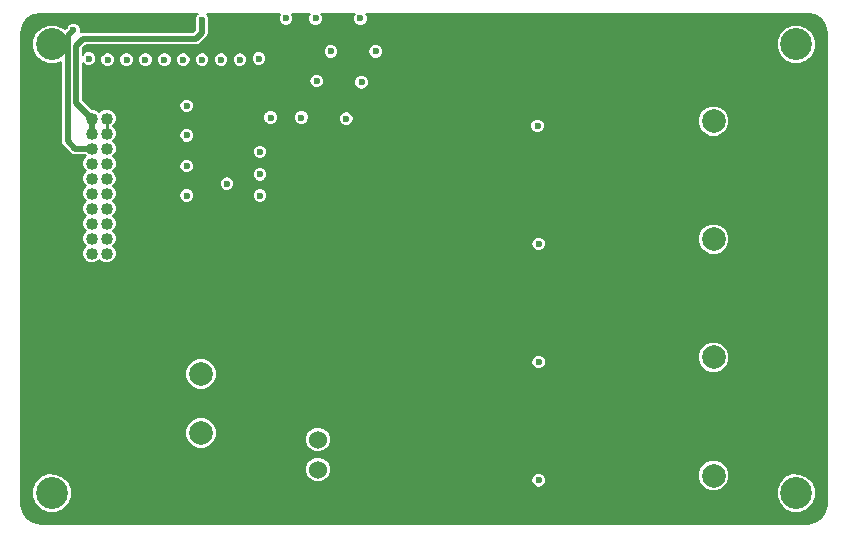
<source format=gbr>
G04 #@! TF.FileFunction,Copper,L3,Inr,Signal*
%FSLAX46Y46*%
G04 Gerber Fmt 4.6, Leading zero omitted, Abs format (unit mm)*
G04 Created by KiCad (PCBNEW 4.0.2+e4-6225~38~ubuntu14.04.1-stable) date Fri 29 Jul 2016 12:50:15 AM PDT*
%MOMM*%
G01*
G04 APERTURE LIST*
%ADD10C,0.100000*%
%ADD11C,2.000000*%
%ADD12C,1.524000*%
%ADD13C,1.016000*%
%ADD14C,2.700000*%
%ADD15C,0.600000*%
%ADD16C,0.500000*%
%ADD17C,0.250000*%
%ADD18C,0.200000*%
G04 APERTURE END LIST*
D10*
D11*
X162000000Y-107500000D03*
X162000000Y-102500000D03*
X162000000Y-72500000D03*
X162000000Y-77500000D03*
X162000000Y-97500000D03*
X162000000Y-92500000D03*
X162000000Y-87500000D03*
X162000000Y-82500000D03*
D12*
X128500000Y-107000000D03*
X128500000Y-109540000D03*
X128500000Y-104460000D03*
D11*
X118600000Y-93900000D03*
X118600000Y-98900000D03*
X118600000Y-103900000D03*
X118600000Y-108900000D03*
D13*
X109365000Y-77285000D03*
X110635000Y-77285000D03*
X109365000Y-88715000D03*
X109365000Y-78555000D03*
X110635000Y-78555000D03*
X109365000Y-79825000D03*
X110635000Y-79825000D03*
X109365000Y-81095000D03*
X110635000Y-81095000D03*
X109365000Y-82365000D03*
X110635000Y-82365000D03*
X109365000Y-83635000D03*
X110635000Y-83635000D03*
X109365000Y-84905000D03*
X110635000Y-84905000D03*
X109365000Y-86175000D03*
X110635000Y-86175000D03*
X109365000Y-87445000D03*
X110635000Y-87445000D03*
X110635000Y-88715000D03*
D14*
X169000000Y-109000000D03*
X169000000Y-71000000D03*
X106000000Y-71000000D03*
X106000000Y-109000000D03*
D15*
X107800000Y-69800000D03*
X109100000Y-72200000D03*
X110700000Y-72300000D03*
X112300000Y-72300000D03*
X113900000Y-72300000D03*
X115500000Y-72300000D03*
X117100000Y-72300000D03*
X118700000Y-68900000D03*
X129600000Y-71600000D03*
X147100000Y-77900000D03*
X133400000Y-71600000D03*
X147200000Y-87900000D03*
X132200000Y-74200000D03*
X147200000Y-97900000D03*
X128400000Y-74100000D03*
X147200000Y-107900000D03*
X120800000Y-82800000D03*
X125800000Y-68800000D03*
X117400000Y-83800000D03*
X123500000Y-72200000D03*
X117400000Y-81300000D03*
X121900000Y-72300000D03*
X117400000Y-78700000D03*
X120300000Y-72300000D03*
X117400000Y-76200000D03*
X118700000Y-72300000D03*
X123600000Y-82000000D03*
X130900000Y-77300000D03*
X123600000Y-83800000D03*
X127100000Y-77200000D03*
X132100000Y-68800000D03*
X123600000Y-80100000D03*
X128300000Y-68800000D03*
X124500000Y-77200000D03*
D16*
X109365000Y-79825000D02*
X107925000Y-79825000D01*
X107300000Y-70300000D02*
X107800000Y-69800000D01*
X107300000Y-79200000D02*
X107300000Y-70300000D01*
X107925000Y-79825000D02*
X107300000Y-79200000D01*
X109365000Y-78555000D02*
X109365000Y-77285000D01*
X109365000Y-77285000D02*
X108000000Y-75920000D01*
X108000000Y-75920000D02*
X108000000Y-71100000D01*
X108000000Y-71100000D02*
X108600000Y-70500000D01*
X108600000Y-70500000D02*
X118200000Y-70500000D01*
X118200000Y-70500000D02*
X118700000Y-70000000D01*
X118700000Y-70000000D02*
X118700000Y-68900000D01*
D17*
X110635000Y-78555000D02*
X110635000Y-77285000D01*
D18*
G36*
X118174696Y-68548339D02*
X118080107Y-68776133D01*
X118079892Y-69022785D01*
X118130000Y-69144055D01*
X118130000Y-69763898D01*
X117963898Y-69930000D01*
X108600000Y-69930000D01*
X108400901Y-69969603D01*
X108419893Y-69923867D01*
X108420108Y-69677215D01*
X108325917Y-69449257D01*
X108151661Y-69274696D01*
X107923867Y-69180107D01*
X107677215Y-69179892D01*
X107449257Y-69274083D01*
X107274696Y-69448339D01*
X107224376Y-69569522D01*
X107077907Y-69715991D01*
X106947214Y-69585069D01*
X106333641Y-69330291D01*
X105669274Y-69329711D01*
X105055257Y-69583418D01*
X104585069Y-70052786D01*
X104330291Y-70666359D01*
X104329711Y-71330726D01*
X104583418Y-71944743D01*
X105052786Y-72414931D01*
X105666359Y-72669709D01*
X106330726Y-72670289D01*
X106730000Y-72505312D01*
X106730000Y-79200000D01*
X106773389Y-79418130D01*
X106775941Y-79421949D01*
X106896949Y-79603051D01*
X107521949Y-80228051D01*
X107706870Y-80351611D01*
X107925000Y-80395000D01*
X108764059Y-80395000D01*
X108829032Y-80460087D01*
X108663465Y-80625364D01*
X108537145Y-80929578D01*
X108536857Y-81258977D01*
X108662647Y-81563411D01*
X108829032Y-81730087D01*
X108663465Y-81895364D01*
X108537145Y-82199578D01*
X108536857Y-82528977D01*
X108662647Y-82833411D01*
X108829032Y-83000087D01*
X108663465Y-83165364D01*
X108537145Y-83469578D01*
X108536857Y-83798977D01*
X108662647Y-84103411D01*
X108829032Y-84270087D01*
X108663465Y-84435364D01*
X108537145Y-84739578D01*
X108536857Y-85068977D01*
X108662647Y-85373411D01*
X108829032Y-85540087D01*
X108663465Y-85705364D01*
X108537145Y-86009578D01*
X108536857Y-86338977D01*
X108662647Y-86643411D01*
X108829032Y-86810087D01*
X108663465Y-86975364D01*
X108537145Y-87279578D01*
X108536857Y-87608977D01*
X108662647Y-87913411D01*
X108829032Y-88080087D01*
X108663465Y-88245364D01*
X108537145Y-88549578D01*
X108536857Y-88878977D01*
X108662647Y-89183411D01*
X108895364Y-89416535D01*
X109199578Y-89542855D01*
X109528977Y-89543143D01*
X109833411Y-89417353D01*
X110000087Y-89250968D01*
X110165364Y-89416535D01*
X110469578Y-89542855D01*
X110798977Y-89543143D01*
X111103411Y-89417353D01*
X111336535Y-89184636D01*
X111462855Y-88880422D01*
X111463143Y-88551023D01*
X111337353Y-88246589D01*
X111170968Y-88079913D01*
X111228196Y-88022785D01*
X146579892Y-88022785D01*
X146674083Y-88250743D01*
X146848339Y-88425304D01*
X147076133Y-88519893D01*
X147322785Y-88520108D01*
X147550743Y-88425917D01*
X147725304Y-88251661D01*
X147819893Y-88023867D01*
X147820108Y-87777215D01*
X147813579Y-87761412D01*
X160679772Y-87761412D01*
X160880306Y-88246743D01*
X161251304Y-88618389D01*
X161736284Y-88819770D01*
X162261412Y-88820228D01*
X162746743Y-88619694D01*
X163118389Y-88248696D01*
X163319770Y-87763716D01*
X163320228Y-87238588D01*
X163119694Y-86753257D01*
X162748696Y-86381611D01*
X162263716Y-86180230D01*
X161738588Y-86179772D01*
X161253257Y-86380306D01*
X160881611Y-86751304D01*
X160680230Y-87236284D01*
X160679772Y-87761412D01*
X147813579Y-87761412D01*
X147725917Y-87549257D01*
X147551661Y-87374696D01*
X147323867Y-87280107D01*
X147077215Y-87279892D01*
X146849257Y-87374083D01*
X146674696Y-87548339D01*
X146580107Y-87776133D01*
X146579892Y-88022785D01*
X111228196Y-88022785D01*
X111336535Y-87914636D01*
X111462855Y-87610422D01*
X111463143Y-87281023D01*
X111337353Y-86976589D01*
X111170968Y-86809913D01*
X111336535Y-86644636D01*
X111462855Y-86340422D01*
X111463143Y-86011023D01*
X111337353Y-85706589D01*
X111170968Y-85539913D01*
X111336535Y-85374636D01*
X111462855Y-85070422D01*
X111463143Y-84741023D01*
X111337353Y-84436589D01*
X111170968Y-84269913D01*
X111336535Y-84104636D01*
X111412045Y-83922785D01*
X116779892Y-83922785D01*
X116874083Y-84150743D01*
X117048339Y-84325304D01*
X117276133Y-84419893D01*
X117522785Y-84420108D01*
X117750743Y-84325917D01*
X117925304Y-84151661D01*
X118019893Y-83923867D01*
X118019893Y-83922785D01*
X122979892Y-83922785D01*
X123074083Y-84150743D01*
X123248339Y-84325304D01*
X123476133Y-84419893D01*
X123722785Y-84420108D01*
X123950743Y-84325917D01*
X124125304Y-84151661D01*
X124219893Y-83923867D01*
X124220108Y-83677215D01*
X124125917Y-83449257D01*
X123951661Y-83274696D01*
X123723867Y-83180107D01*
X123477215Y-83179892D01*
X123249257Y-83274083D01*
X123074696Y-83448339D01*
X122980107Y-83676133D01*
X122979892Y-83922785D01*
X118019893Y-83922785D01*
X118020108Y-83677215D01*
X117925917Y-83449257D01*
X117751661Y-83274696D01*
X117523867Y-83180107D01*
X117277215Y-83179892D01*
X117049257Y-83274083D01*
X116874696Y-83448339D01*
X116780107Y-83676133D01*
X116779892Y-83922785D01*
X111412045Y-83922785D01*
X111462855Y-83800422D01*
X111463143Y-83471023D01*
X111337353Y-83166589D01*
X111170968Y-82999913D01*
X111248231Y-82922785D01*
X120179892Y-82922785D01*
X120274083Y-83150743D01*
X120448339Y-83325304D01*
X120676133Y-83419893D01*
X120922785Y-83420108D01*
X121150743Y-83325917D01*
X121325304Y-83151661D01*
X121419893Y-82923867D01*
X121420108Y-82677215D01*
X121325917Y-82449257D01*
X121151661Y-82274696D01*
X120923867Y-82180107D01*
X120677215Y-82179892D01*
X120449257Y-82274083D01*
X120274696Y-82448339D01*
X120180107Y-82676133D01*
X120179892Y-82922785D01*
X111248231Y-82922785D01*
X111336535Y-82834636D01*
X111462855Y-82530422D01*
X111463143Y-82201023D01*
X111430816Y-82122785D01*
X122979892Y-82122785D01*
X123074083Y-82350743D01*
X123248339Y-82525304D01*
X123476133Y-82619893D01*
X123722785Y-82620108D01*
X123950743Y-82525917D01*
X124125304Y-82351661D01*
X124219893Y-82123867D01*
X124220108Y-81877215D01*
X124125917Y-81649257D01*
X123951661Y-81474696D01*
X123723867Y-81380107D01*
X123477215Y-81379892D01*
X123249257Y-81474083D01*
X123074696Y-81648339D01*
X122980107Y-81876133D01*
X122979892Y-82122785D01*
X111430816Y-82122785D01*
X111337353Y-81896589D01*
X111170968Y-81729913D01*
X111336535Y-81564636D01*
X111395436Y-81422785D01*
X116779892Y-81422785D01*
X116874083Y-81650743D01*
X117048339Y-81825304D01*
X117276133Y-81919893D01*
X117522785Y-81920108D01*
X117750743Y-81825917D01*
X117925304Y-81651661D01*
X118019893Y-81423867D01*
X118020108Y-81177215D01*
X117925917Y-80949257D01*
X117751661Y-80774696D01*
X117523867Y-80680107D01*
X117277215Y-80679892D01*
X117049257Y-80774083D01*
X116874696Y-80948339D01*
X116780107Y-81176133D01*
X116779892Y-81422785D01*
X111395436Y-81422785D01*
X111462855Y-81260422D01*
X111463143Y-80931023D01*
X111337353Y-80626589D01*
X111170968Y-80459913D01*
X111336535Y-80294636D01*
X111366369Y-80222785D01*
X122979892Y-80222785D01*
X123074083Y-80450743D01*
X123248339Y-80625304D01*
X123476133Y-80719893D01*
X123722785Y-80720108D01*
X123950743Y-80625917D01*
X124125304Y-80451661D01*
X124219893Y-80223867D01*
X124220108Y-79977215D01*
X124125917Y-79749257D01*
X123951661Y-79574696D01*
X123723867Y-79480107D01*
X123477215Y-79479892D01*
X123249257Y-79574083D01*
X123074696Y-79748339D01*
X122980107Y-79976133D01*
X122979892Y-80222785D01*
X111366369Y-80222785D01*
X111462855Y-79990422D01*
X111463143Y-79661023D01*
X111337353Y-79356589D01*
X111170968Y-79189913D01*
X111336535Y-79024636D01*
X111420350Y-78822785D01*
X116779892Y-78822785D01*
X116874083Y-79050743D01*
X117048339Y-79225304D01*
X117276133Y-79319893D01*
X117522785Y-79320108D01*
X117750743Y-79225917D01*
X117925304Y-79051661D01*
X118019893Y-78823867D01*
X118020108Y-78577215D01*
X117925917Y-78349257D01*
X117751661Y-78174696D01*
X117523867Y-78080107D01*
X117277215Y-78079892D01*
X117049257Y-78174083D01*
X116874696Y-78348339D01*
X116780107Y-78576133D01*
X116779892Y-78822785D01*
X111420350Y-78822785D01*
X111462855Y-78720422D01*
X111463143Y-78391023D01*
X111337353Y-78086589D01*
X111273661Y-78022785D01*
X146479892Y-78022785D01*
X146574083Y-78250743D01*
X146748339Y-78425304D01*
X146976133Y-78519893D01*
X147222785Y-78520108D01*
X147450743Y-78425917D01*
X147625304Y-78251661D01*
X147719893Y-78023867D01*
X147720108Y-77777215D01*
X147713579Y-77761412D01*
X160679772Y-77761412D01*
X160880306Y-78246743D01*
X161251304Y-78618389D01*
X161736284Y-78819770D01*
X162261412Y-78820228D01*
X162746743Y-78619694D01*
X163118389Y-78248696D01*
X163319770Y-77763716D01*
X163320228Y-77238588D01*
X163119694Y-76753257D01*
X162748696Y-76381611D01*
X162263716Y-76180230D01*
X161738588Y-76179772D01*
X161253257Y-76380306D01*
X160881611Y-76751304D01*
X160680230Y-77236284D01*
X160679772Y-77761412D01*
X147713579Y-77761412D01*
X147625917Y-77549257D01*
X147451661Y-77374696D01*
X147223867Y-77280107D01*
X146977215Y-77279892D01*
X146749257Y-77374083D01*
X146574696Y-77548339D01*
X146480107Y-77776133D01*
X146479892Y-78022785D01*
X111273661Y-78022785D01*
X111170968Y-77919913D01*
X111336535Y-77754636D01*
X111462855Y-77450422D01*
X111462966Y-77322785D01*
X123879892Y-77322785D01*
X123974083Y-77550743D01*
X124148339Y-77725304D01*
X124376133Y-77819893D01*
X124622785Y-77820108D01*
X124850743Y-77725917D01*
X125025304Y-77551661D01*
X125119893Y-77323867D01*
X125119893Y-77322785D01*
X126479892Y-77322785D01*
X126574083Y-77550743D01*
X126748339Y-77725304D01*
X126976133Y-77819893D01*
X127222785Y-77820108D01*
X127450743Y-77725917D01*
X127625304Y-77551661D01*
X127678818Y-77422785D01*
X130279892Y-77422785D01*
X130374083Y-77650743D01*
X130548339Y-77825304D01*
X130776133Y-77919893D01*
X131022785Y-77920108D01*
X131250743Y-77825917D01*
X131425304Y-77651661D01*
X131519893Y-77423867D01*
X131520108Y-77177215D01*
X131425917Y-76949257D01*
X131251661Y-76774696D01*
X131023867Y-76680107D01*
X130777215Y-76679892D01*
X130549257Y-76774083D01*
X130374696Y-76948339D01*
X130280107Y-77176133D01*
X130279892Y-77422785D01*
X127678818Y-77422785D01*
X127719893Y-77323867D01*
X127720108Y-77077215D01*
X127625917Y-76849257D01*
X127451661Y-76674696D01*
X127223867Y-76580107D01*
X126977215Y-76579892D01*
X126749257Y-76674083D01*
X126574696Y-76848339D01*
X126480107Y-77076133D01*
X126479892Y-77322785D01*
X125119893Y-77322785D01*
X125120108Y-77077215D01*
X125025917Y-76849257D01*
X124851661Y-76674696D01*
X124623867Y-76580107D01*
X124377215Y-76579892D01*
X124149257Y-76674083D01*
X123974696Y-76848339D01*
X123880107Y-77076133D01*
X123879892Y-77322785D01*
X111462966Y-77322785D01*
X111463143Y-77121023D01*
X111337353Y-76816589D01*
X111104636Y-76583465D01*
X110800422Y-76457145D01*
X110471023Y-76456857D01*
X110166589Y-76582647D01*
X109999913Y-76749032D01*
X109834636Y-76583465D01*
X109530422Y-76457145D01*
X109343083Y-76456981D01*
X109208887Y-76322785D01*
X116779892Y-76322785D01*
X116874083Y-76550743D01*
X117048339Y-76725304D01*
X117276133Y-76819893D01*
X117522785Y-76820108D01*
X117750743Y-76725917D01*
X117925304Y-76551661D01*
X118019893Y-76323867D01*
X118020108Y-76077215D01*
X117925917Y-75849257D01*
X117751661Y-75674696D01*
X117523867Y-75580107D01*
X117277215Y-75579892D01*
X117049257Y-75674083D01*
X116874696Y-75848339D01*
X116780107Y-76076133D01*
X116779892Y-76322785D01*
X109208887Y-76322785D01*
X108570000Y-75683898D01*
X108570000Y-74222785D01*
X127779892Y-74222785D01*
X127874083Y-74450743D01*
X128048339Y-74625304D01*
X128276133Y-74719893D01*
X128522785Y-74720108D01*
X128750743Y-74625917D01*
X128925304Y-74451661D01*
X128978818Y-74322785D01*
X131579892Y-74322785D01*
X131674083Y-74550743D01*
X131848339Y-74725304D01*
X132076133Y-74819893D01*
X132322785Y-74820108D01*
X132550743Y-74725917D01*
X132725304Y-74551661D01*
X132819893Y-74323867D01*
X132820108Y-74077215D01*
X132725917Y-73849257D01*
X132551661Y-73674696D01*
X132323867Y-73580107D01*
X132077215Y-73579892D01*
X131849257Y-73674083D01*
X131674696Y-73848339D01*
X131580107Y-74076133D01*
X131579892Y-74322785D01*
X128978818Y-74322785D01*
X129019893Y-74223867D01*
X129020108Y-73977215D01*
X128925917Y-73749257D01*
X128751661Y-73574696D01*
X128523867Y-73480107D01*
X128277215Y-73479892D01*
X128049257Y-73574083D01*
X127874696Y-73748339D01*
X127780107Y-73976133D01*
X127779892Y-74222785D01*
X108570000Y-74222785D01*
X108570000Y-72540861D01*
X108574083Y-72550743D01*
X108748339Y-72725304D01*
X108976133Y-72819893D01*
X109222785Y-72820108D01*
X109450743Y-72725917D01*
X109625304Y-72551661D01*
X109678818Y-72422785D01*
X110079892Y-72422785D01*
X110174083Y-72650743D01*
X110348339Y-72825304D01*
X110576133Y-72919893D01*
X110822785Y-72920108D01*
X111050743Y-72825917D01*
X111225304Y-72651661D01*
X111319893Y-72423867D01*
X111319893Y-72422785D01*
X111679892Y-72422785D01*
X111774083Y-72650743D01*
X111948339Y-72825304D01*
X112176133Y-72919893D01*
X112422785Y-72920108D01*
X112650743Y-72825917D01*
X112825304Y-72651661D01*
X112919893Y-72423867D01*
X112919893Y-72422785D01*
X113279892Y-72422785D01*
X113374083Y-72650743D01*
X113548339Y-72825304D01*
X113776133Y-72919893D01*
X114022785Y-72920108D01*
X114250743Y-72825917D01*
X114425304Y-72651661D01*
X114519893Y-72423867D01*
X114519893Y-72422785D01*
X114879892Y-72422785D01*
X114974083Y-72650743D01*
X115148339Y-72825304D01*
X115376133Y-72919893D01*
X115622785Y-72920108D01*
X115850743Y-72825917D01*
X116025304Y-72651661D01*
X116119893Y-72423867D01*
X116119893Y-72422785D01*
X116479892Y-72422785D01*
X116574083Y-72650743D01*
X116748339Y-72825304D01*
X116976133Y-72919893D01*
X117222785Y-72920108D01*
X117450743Y-72825917D01*
X117625304Y-72651661D01*
X117719893Y-72423867D01*
X117719893Y-72422785D01*
X118079892Y-72422785D01*
X118174083Y-72650743D01*
X118348339Y-72825304D01*
X118576133Y-72919893D01*
X118822785Y-72920108D01*
X119050743Y-72825917D01*
X119225304Y-72651661D01*
X119319893Y-72423867D01*
X119319893Y-72422785D01*
X119679892Y-72422785D01*
X119774083Y-72650743D01*
X119948339Y-72825304D01*
X120176133Y-72919893D01*
X120422785Y-72920108D01*
X120650743Y-72825917D01*
X120825304Y-72651661D01*
X120919893Y-72423867D01*
X120919893Y-72422785D01*
X121279892Y-72422785D01*
X121374083Y-72650743D01*
X121548339Y-72825304D01*
X121776133Y-72919893D01*
X122022785Y-72920108D01*
X122250743Y-72825917D01*
X122425304Y-72651661D01*
X122519893Y-72423867D01*
X122519981Y-72322785D01*
X122879892Y-72322785D01*
X122974083Y-72550743D01*
X123148339Y-72725304D01*
X123376133Y-72819893D01*
X123622785Y-72820108D01*
X123850743Y-72725917D01*
X124025304Y-72551661D01*
X124119893Y-72323867D01*
X124120108Y-72077215D01*
X124025917Y-71849257D01*
X123899666Y-71722785D01*
X128979892Y-71722785D01*
X129074083Y-71950743D01*
X129248339Y-72125304D01*
X129476133Y-72219893D01*
X129722785Y-72220108D01*
X129950743Y-72125917D01*
X130125304Y-71951661D01*
X130219893Y-71723867D01*
X130219893Y-71722785D01*
X132779892Y-71722785D01*
X132874083Y-71950743D01*
X133048339Y-72125304D01*
X133276133Y-72219893D01*
X133522785Y-72220108D01*
X133750743Y-72125917D01*
X133925304Y-71951661D01*
X134019893Y-71723867D01*
X134020108Y-71477215D01*
X133959580Y-71330726D01*
X167329711Y-71330726D01*
X167583418Y-71944743D01*
X168052786Y-72414931D01*
X168666359Y-72669709D01*
X169330726Y-72670289D01*
X169944743Y-72416582D01*
X170414931Y-71947214D01*
X170669709Y-71333641D01*
X170670289Y-70669274D01*
X170416582Y-70055257D01*
X169947214Y-69585069D01*
X169333641Y-69330291D01*
X168669274Y-69329711D01*
X168055257Y-69583418D01*
X167585069Y-70052786D01*
X167330291Y-70666359D01*
X167329711Y-71330726D01*
X133959580Y-71330726D01*
X133925917Y-71249257D01*
X133751661Y-71074696D01*
X133523867Y-70980107D01*
X133277215Y-70979892D01*
X133049257Y-71074083D01*
X132874696Y-71248339D01*
X132780107Y-71476133D01*
X132779892Y-71722785D01*
X130219893Y-71722785D01*
X130220108Y-71477215D01*
X130125917Y-71249257D01*
X129951661Y-71074696D01*
X129723867Y-70980107D01*
X129477215Y-70979892D01*
X129249257Y-71074083D01*
X129074696Y-71248339D01*
X128980107Y-71476133D01*
X128979892Y-71722785D01*
X123899666Y-71722785D01*
X123851661Y-71674696D01*
X123623867Y-71580107D01*
X123377215Y-71579892D01*
X123149257Y-71674083D01*
X122974696Y-71848339D01*
X122880107Y-72076133D01*
X122879892Y-72322785D01*
X122519981Y-72322785D01*
X122520108Y-72177215D01*
X122425917Y-71949257D01*
X122251661Y-71774696D01*
X122023867Y-71680107D01*
X121777215Y-71679892D01*
X121549257Y-71774083D01*
X121374696Y-71948339D01*
X121280107Y-72176133D01*
X121279892Y-72422785D01*
X120919893Y-72422785D01*
X120920108Y-72177215D01*
X120825917Y-71949257D01*
X120651661Y-71774696D01*
X120423867Y-71680107D01*
X120177215Y-71679892D01*
X119949257Y-71774083D01*
X119774696Y-71948339D01*
X119680107Y-72176133D01*
X119679892Y-72422785D01*
X119319893Y-72422785D01*
X119320108Y-72177215D01*
X119225917Y-71949257D01*
X119051661Y-71774696D01*
X118823867Y-71680107D01*
X118577215Y-71679892D01*
X118349257Y-71774083D01*
X118174696Y-71948339D01*
X118080107Y-72176133D01*
X118079892Y-72422785D01*
X117719893Y-72422785D01*
X117720108Y-72177215D01*
X117625917Y-71949257D01*
X117451661Y-71774696D01*
X117223867Y-71680107D01*
X116977215Y-71679892D01*
X116749257Y-71774083D01*
X116574696Y-71948339D01*
X116480107Y-72176133D01*
X116479892Y-72422785D01*
X116119893Y-72422785D01*
X116120108Y-72177215D01*
X116025917Y-71949257D01*
X115851661Y-71774696D01*
X115623867Y-71680107D01*
X115377215Y-71679892D01*
X115149257Y-71774083D01*
X114974696Y-71948339D01*
X114880107Y-72176133D01*
X114879892Y-72422785D01*
X114519893Y-72422785D01*
X114520108Y-72177215D01*
X114425917Y-71949257D01*
X114251661Y-71774696D01*
X114023867Y-71680107D01*
X113777215Y-71679892D01*
X113549257Y-71774083D01*
X113374696Y-71948339D01*
X113280107Y-72176133D01*
X113279892Y-72422785D01*
X112919893Y-72422785D01*
X112920108Y-72177215D01*
X112825917Y-71949257D01*
X112651661Y-71774696D01*
X112423867Y-71680107D01*
X112177215Y-71679892D01*
X111949257Y-71774083D01*
X111774696Y-71948339D01*
X111680107Y-72176133D01*
X111679892Y-72422785D01*
X111319893Y-72422785D01*
X111320108Y-72177215D01*
X111225917Y-71949257D01*
X111051661Y-71774696D01*
X110823867Y-71680107D01*
X110577215Y-71679892D01*
X110349257Y-71774083D01*
X110174696Y-71948339D01*
X110080107Y-72176133D01*
X110079892Y-72422785D01*
X109678818Y-72422785D01*
X109719893Y-72323867D01*
X109720108Y-72077215D01*
X109625917Y-71849257D01*
X109451661Y-71674696D01*
X109223867Y-71580107D01*
X108977215Y-71579892D01*
X108749257Y-71674083D01*
X108574696Y-71848339D01*
X108570000Y-71859648D01*
X108570000Y-71336102D01*
X108836102Y-71070000D01*
X118200000Y-71070000D01*
X118418130Y-71026611D01*
X118603051Y-70903051D01*
X119103051Y-70403051D01*
X119226612Y-70218129D01*
X119270000Y-70000000D01*
X119270000Y-69144022D01*
X119319893Y-69023867D01*
X119320108Y-68777215D01*
X119225917Y-68549257D01*
X119071930Y-68395000D01*
X125328128Y-68395000D01*
X125274696Y-68448339D01*
X125180107Y-68676133D01*
X125179892Y-68922785D01*
X125274083Y-69150743D01*
X125448339Y-69325304D01*
X125676133Y-69419893D01*
X125922785Y-69420108D01*
X126150743Y-69325917D01*
X126325304Y-69151661D01*
X126419893Y-68923867D01*
X126420108Y-68677215D01*
X126325917Y-68449257D01*
X126271755Y-68395000D01*
X127828128Y-68395000D01*
X127774696Y-68448339D01*
X127680107Y-68676133D01*
X127679892Y-68922785D01*
X127774083Y-69150743D01*
X127948339Y-69325304D01*
X128176133Y-69419893D01*
X128422785Y-69420108D01*
X128650743Y-69325917D01*
X128825304Y-69151661D01*
X128919893Y-68923867D01*
X128920108Y-68677215D01*
X128825917Y-68449257D01*
X128771755Y-68395000D01*
X131628128Y-68395000D01*
X131574696Y-68448339D01*
X131480107Y-68676133D01*
X131479892Y-68922785D01*
X131574083Y-69150743D01*
X131748339Y-69325304D01*
X131976133Y-69419893D01*
X132222785Y-69420108D01*
X132450743Y-69325917D01*
X132625304Y-69151661D01*
X132719893Y-68923867D01*
X132720108Y-68677215D01*
X132625917Y-68449257D01*
X132571755Y-68395000D01*
X169961096Y-68395000D01*
X170611245Y-68524323D01*
X171129435Y-68870565D01*
X171475677Y-69388755D01*
X171605000Y-70038903D01*
X171605000Y-109961097D01*
X171475677Y-110611245D01*
X171129435Y-111129435D01*
X170611245Y-111475677D01*
X169961096Y-111605000D01*
X105038903Y-111605000D01*
X104388755Y-111475677D01*
X103870565Y-111129435D01*
X103524323Y-110611245D01*
X103395000Y-109961096D01*
X103395000Y-109330726D01*
X104329711Y-109330726D01*
X104583418Y-109944743D01*
X105052786Y-110414931D01*
X105666359Y-110669709D01*
X106330726Y-110670289D01*
X106944743Y-110416582D01*
X107414931Y-109947214D01*
X107669709Y-109333641D01*
X107669711Y-109330726D01*
X167329711Y-109330726D01*
X167583418Y-109944743D01*
X168052786Y-110414931D01*
X168666359Y-110669709D01*
X169330726Y-110670289D01*
X169944743Y-110416582D01*
X170414931Y-109947214D01*
X170669709Y-109333641D01*
X170670289Y-108669274D01*
X170416582Y-108055257D01*
X169947214Y-107585069D01*
X169333641Y-107330291D01*
X168669274Y-107329711D01*
X168055257Y-107583418D01*
X167585069Y-108052786D01*
X167330291Y-108666359D01*
X167329711Y-109330726D01*
X107669711Y-109330726D01*
X107670289Y-108669274D01*
X107416582Y-108055257D01*
X106947214Y-107585069D01*
X106333641Y-107330291D01*
X105669274Y-107329711D01*
X105055257Y-107583418D01*
X104585069Y-108052786D01*
X104330291Y-108666359D01*
X104329711Y-109330726D01*
X103395000Y-109330726D01*
X103395000Y-107214279D01*
X127417812Y-107214279D01*
X127582190Y-107612103D01*
X127886296Y-107916740D01*
X128283833Y-108081812D01*
X128714279Y-108082188D01*
X128858044Y-108022785D01*
X146579892Y-108022785D01*
X146674083Y-108250743D01*
X146848339Y-108425304D01*
X147076133Y-108519893D01*
X147322785Y-108520108D01*
X147550743Y-108425917D01*
X147725304Y-108251661D01*
X147819893Y-108023867D01*
X147820108Y-107777215D01*
X147813579Y-107761412D01*
X160679772Y-107761412D01*
X160880306Y-108246743D01*
X161251304Y-108618389D01*
X161736284Y-108819770D01*
X162261412Y-108820228D01*
X162746743Y-108619694D01*
X163118389Y-108248696D01*
X163319770Y-107763716D01*
X163320228Y-107238588D01*
X163119694Y-106753257D01*
X162748696Y-106381611D01*
X162263716Y-106180230D01*
X161738588Y-106179772D01*
X161253257Y-106380306D01*
X160881611Y-106751304D01*
X160680230Y-107236284D01*
X160679772Y-107761412D01*
X147813579Y-107761412D01*
X147725917Y-107549257D01*
X147551661Y-107374696D01*
X147323867Y-107280107D01*
X147077215Y-107279892D01*
X146849257Y-107374083D01*
X146674696Y-107548339D01*
X146580107Y-107776133D01*
X146579892Y-108022785D01*
X128858044Y-108022785D01*
X129112103Y-107917810D01*
X129416740Y-107613704D01*
X129581812Y-107216167D01*
X129582188Y-106785721D01*
X129417810Y-106387897D01*
X129113704Y-106083260D01*
X128716167Y-105918188D01*
X128285721Y-105917812D01*
X127887897Y-106082190D01*
X127583260Y-106386296D01*
X127418188Y-106783833D01*
X127417812Y-107214279D01*
X103395000Y-107214279D01*
X103395000Y-104161412D01*
X117279772Y-104161412D01*
X117480306Y-104646743D01*
X117851304Y-105018389D01*
X118336284Y-105219770D01*
X118861412Y-105220228D01*
X119346743Y-105019694D01*
X119692761Y-104674279D01*
X127417812Y-104674279D01*
X127582190Y-105072103D01*
X127886296Y-105376740D01*
X128283833Y-105541812D01*
X128714279Y-105542188D01*
X129112103Y-105377810D01*
X129416740Y-105073704D01*
X129581812Y-104676167D01*
X129582188Y-104245721D01*
X129417810Y-103847897D01*
X129113704Y-103543260D01*
X128716167Y-103378188D01*
X128285721Y-103377812D01*
X127887897Y-103542190D01*
X127583260Y-103846296D01*
X127418188Y-104243833D01*
X127417812Y-104674279D01*
X119692761Y-104674279D01*
X119718389Y-104648696D01*
X119919770Y-104163716D01*
X119920228Y-103638588D01*
X119719694Y-103153257D01*
X119348696Y-102781611D01*
X118863716Y-102580230D01*
X118338588Y-102579772D01*
X117853257Y-102780306D01*
X117481611Y-103151304D01*
X117280230Y-103636284D01*
X117279772Y-104161412D01*
X103395000Y-104161412D01*
X103395000Y-99161412D01*
X117279772Y-99161412D01*
X117480306Y-99646743D01*
X117851304Y-100018389D01*
X118336284Y-100219770D01*
X118861412Y-100220228D01*
X119346743Y-100019694D01*
X119718389Y-99648696D01*
X119919770Y-99163716D01*
X119920228Y-98638588D01*
X119719694Y-98153257D01*
X119589450Y-98022785D01*
X146579892Y-98022785D01*
X146674083Y-98250743D01*
X146848339Y-98425304D01*
X147076133Y-98519893D01*
X147322785Y-98520108D01*
X147550743Y-98425917D01*
X147725304Y-98251661D01*
X147819893Y-98023867D01*
X147820108Y-97777215D01*
X147813579Y-97761412D01*
X160679772Y-97761412D01*
X160880306Y-98246743D01*
X161251304Y-98618389D01*
X161736284Y-98819770D01*
X162261412Y-98820228D01*
X162746743Y-98619694D01*
X163118389Y-98248696D01*
X163319770Y-97763716D01*
X163320228Y-97238588D01*
X163119694Y-96753257D01*
X162748696Y-96381611D01*
X162263716Y-96180230D01*
X161738588Y-96179772D01*
X161253257Y-96380306D01*
X160881611Y-96751304D01*
X160680230Y-97236284D01*
X160679772Y-97761412D01*
X147813579Y-97761412D01*
X147725917Y-97549257D01*
X147551661Y-97374696D01*
X147323867Y-97280107D01*
X147077215Y-97279892D01*
X146849257Y-97374083D01*
X146674696Y-97548339D01*
X146580107Y-97776133D01*
X146579892Y-98022785D01*
X119589450Y-98022785D01*
X119348696Y-97781611D01*
X118863716Y-97580230D01*
X118338588Y-97579772D01*
X117853257Y-97780306D01*
X117481611Y-98151304D01*
X117280230Y-98636284D01*
X117279772Y-99161412D01*
X103395000Y-99161412D01*
X103395000Y-70038904D01*
X103524323Y-69388755D01*
X103870565Y-68870565D01*
X104388755Y-68524323D01*
X105038903Y-68395000D01*
X118328303Y-68395000D01*
X118174696Y-68548339D01*
X118174696Y-68548339D01*
G37*
X118174696Y-68548339D02*
X118080107Y-68776133D01*
X118079892Y-69022785D01*
X118130000Y-69144055D01*
X118130000Y-69763898D01*
X117963898Y-69930000D01*
X108600000Y-69930000D01*
X108400901Y-69969603D01*
X108419893Y-69923867D01*
X108420108Y-69677215D01*
X108325917Y-69449257D01*
X108151661Y-69274696D01*
X107923867Y-69180107D01*
X107677215Y-69179892D01*
X107449257Y-69274083D01*
X107274696Y-69448339D01*
X107224376Y-69569522D01*
X107077907Y-69715991D01*
X106947214Y-69585069D01*
X106333641Y-69330291D01*
X105669274Y-69329711D01*
X105055257Y-69583418D01*
X104585069Y-70052786D01*
X104330291Y-70666359D01*
X104329711Y-71330726D01*
X104583418Y-71944743D01*
X105052786Y-72414931D01*
X105666359Y-72669709D01*
X106330726Y-72670289D01*
X106730000Y-72505312D01*
X106730000Y-79200000D01*
X106773389Y-79418130D01*
X106775941Y-79421949D01*
X106896949Y-79603051D01*
X107521949Y-80228051D01*
X107706870Y-80351611D01*
X107925000Y-80395000D01*
X108764059Y-80395000D01*
X108829032Y-80460087D01*
X108663465Y-80625364D01*
X108537145Y-80929578D01*
X108536857Y-81258977D01*
X108662647Y-81563411D01*
X108829032Y-81730087D01*
X108663465Y-81895364D01*
X108537145Y-82199578D01*
X108536857Y-82528977D01*
X108662647Y-82833411D01*
X108829032Y-83000087D01*
X108663465Y-83165364D01*
X108537145Y-83469578D01*
X108536857Y-83798977D01*
X108662647Y-84103411D01*
X108829032Y-84270087D01*
X108663465Y-84435364D01*
X108537145Y-84739578D01*
X108536857Y-85068977D01*
X108662647Y-85373411D01*
X108829032Y-85540087D01*
X108663465Y-85705364D01*
X108537145Y-86009578D01*
X108536857Y-86338977D01*
X108662647Y-86643411D01*
X108829032Y-86810087D01*
X108663465Y-86975364D01*
X108537145Y-87279578D01*
X108536857Y-87608977D01*
X108662647Y-87913411D01*
X108829032Y-88080087D01*
X108663465Y-88245364D01*
X108537145Y-88549578D01*
X108536857Y-88878977D01*
X108662647Y-89183411D01*
X108895364Y-89416535D01*
X109199578Y-89542855D01*
X109528977Y-89543143D01*
X109833411Y-89417353D01*
X110000087Y-89250968D01*
X110165364Y-89416535D01*
X110469578Y-89542855D01*
X110798977Y-89543143D01*
X111103411Y-89417353D01*
X111336535Y-89184636D01*
X111462855Y-88880422D01*
X111463143Y-88551023D01*
X111337353Y-88246589D01*
X111170968Y-88079913D01*
X111228196Y-88022785D01*
X146579892Y-88022785D01*
X146674083Y-88250743D01*
X146848339Y-88425304D01*
X147076133Y-88519893D01*
X147322785Y-88520108D01*
X147550743Y-88425917D01*
X147725304Y-88251661D01*
X147819893Y-88023867D01*
X147820108Y-87777215D01*
X147813579Y-87761412D01*
X160679772Y-87761412D01*
X160880306Y-88246743D01*
X161251304Y-88618389D01*
X161736284Y-88819770D01*
X162261412Y-88820228D01*
X162746743Y-88619694D01*
X163118389Y-88248696D01*
X163319770Y-87763716D01*
X163320228Y-87238588D01*
X163119694Y-86753257D01*
X162748696Y-86381611D01*
X162263716Y-86180230D01*
X161738588Y-86179772D01*
X161253257Y-86380306D01*
X160881611Y-86751304D01*
X160680230Y-87236284D01*
X160679772Y-87761412D01*
X147813579Y-87761412D01*
X147725917Y-87549257D01*
X147551661Y-87374696D01*
X147323867Y-87280107D01*
X147077215Y-87279892D01*
X146849257Y-87374083D01*
X146674696Y-87548339D01*
X146580107Y-87776133D01*
X146579892Y-88022785D01*
X111228196Y-88022785D01*
X111336535Y-87914636D01*
X111462855Y-87610422D01*
X111463143Y-87281023D01*
X111337353Y-86976589D01*
X111170968Y-86809913D01*
X111336535Y-86644636D01*
X111462855Y-86340422D01*
X111463143Y-86011023D01*
X111337353Y-85706589D01*
X111170968Y-85539913D01*
X111336535Y-85374636D01*
X111462855Y-85070422D01*
X111463143Y-84741023D01*
X111337353Y-84436589D01*
X111170968Y-84269913D01*
X111336535Y-84104636D01*
X111412045Y-83922785D01*
X116779892Y-83922785D01*
X116874083Y-84150743D01*
X117048339Y-84325304D01*
X117276133Y-84419893D01*
X117522785Y-84420108D01*
X117750743Y-84325917D01*
X117925304Y-84151661D01*
X118019893Y-83923867D01*
X118019893Y-83922785D01*
X122979892Y-83922785D01*
X123074083Y-84150743D01*
X123248339Y-84325304D01*
X123476133Y-84419893D01*
X123722785Y-84420108D01*
X123950743Y-84325917D01*
X124125304Y-84151661D01*
X124219893Y-83923867D01*
X124220108Y-83677215D01*
X124125917Y-83449257D01*
X123951661Y-83274696D01*
X123723867Y-83180107D01*
X123477215Y-83179892D01*
X123249257Y-83274083D01*
X123074696Y-83448339D01*
X122980107Y-83676133D01*
X122979892Y-83922785D01*
X118019893Y-83922785D01*
X118020108Y-83677215D01*
X117925917Y-83449257D01*
X117751661Y-83274696D01*
X117523867Y-83180107D01*
X117277215Y-83179892D01*
X117049257Y-83274083D01*
X116874696Y-83448339D01*
X116780107Y-83676133D01*
X116779892Y-83922785D01*
X111412045Y-83922785D01*
X111462855Y-83800422D01*
X111463143Y-83471023D01*
X111337353Y-83166589D01*
X111170968Y-82999913D01*
X111248231Y-82922785D01*
X120179892Y-82922785D01*
X120274083Y-83150743D01*
X120448339Y-83325304D01*
X120676133Y-83419893D01*
X120922785Y-83420108D01*
X121150743Y-83325917D01*
X121325304Y-83151661D01*
X121419893Y-82923867D01*
X121420108Y-82677215D01*
X121325917Y-82449257D01*
X121151661Y-82274696D01*
X120923867Y-82180107D01*
X120677215Y-82179892D01*
X120449257Y-82274083D01*
X120274696Y-82448339D01*
X120180107Y-82676133D01*
X120179892Y-82922785D01*
X111248231Y-82922785D01*
X111336535Y-82834636D01*
X111462855Y-82530422D01*
X111463143Y-82201023D01*
X111430816Y-82122785D01*
X122979892Y-82122785D01*
X123074083Y-82350743D01*
X123248339Y-82525304D01*
X123476133Y-82619893D01*
X123722785Y-82620108D01*
X123950743Y-82525917D01*
X124125304Y-82351661D01*
X124219893Y-82123867D01*
X124220108Y-81877215D01*
X124125917Y-81649257D01*
X123951661Y-81474696D01*
X123723867Y-81380107D01*
X123477215Y-81379892D01*
X123249257Y-81474083D01*
X123074696Y-81648339D01*
X122980107Y-81876133D01*
X122979892Y-82122785D01*
X111430816Y-82122785D01*
X111337353Y-81896589D01*
X111170968Y-81729913D01*
X111336535Y-81564636D01*
X111395436Y-81422785D01*
X116779892Y-81422785D01*
X116874083Y-81650743D01*
X117048339Y-81825304D01*
X117276133Y-81919893D01*
X117522785Y-81920108D01*
X117750743Y-81825917D01*
X117925304Y-81651661D01*
X118019893Y-81423867D01*
X118020108Y-81177215D01*
X117925917Y-80949257D01*
X117751661Y-80774696D01*
X117523867Y-80680107D01*
X117277215Y-80679892D01*
X117049257Y-80774083D01*
X116874696Y-80948339D01*
X116780107Y-81176133D01*
X116779892Y-81422785D01*
X111395436Y-81422785D01*
X111462855Y-81260422D01*
X111463143Y-80931023D01*
X111337353Y-80626589D01*
X111170968Y-80459913D01*
X111336535Y-80294636D01*
X111366369Y-80222785D01*
X122979892Y-80222785D01*
X123074083Y-80450743D01*
X123248339Y-80625304D01*
X123476133Y-80719893D01*
X123722785Y-80720108D01*
X123950743Y-80625917D01*
X124125304Y-80451661D01*
X124219893Y-80223867D01*
X124220108Y-79977215D01*
X124125917Y-79749257D01*
X123951661Y-79574696D01*
X123723867Y-79480107D01*
X123477215Y-79479892D01*
X123249257Y-79574083D01*
X123074696Y-79748339D01*
X122980107Y-79976133D01*
X122979892Y-80222785D01*
X111366369Y-80222785D01*
X111462855Y-79990422D01*
X111463143Y-79661023D01*
X111337353Y-79356589D01*
X111170968Y-79189913D01*
X111336535Y-79024636D01*
X111420350Y-78822785D01*
X116779892Y-78822785D01*
X116874083Y-79050743D01*
X117048339Y-79225304D01*
X117276133Y-79319893D01*
X117522785Y-79320108D01*
X117750743Y-79225917D01*
X117925304Y-79051661D01*
X118019893Y-78823867D01*
X118020108Y-78577215D01*
X117925917Y-78349257D01*
X117751661Y-78174696D01*
X117523867Y-78080107D01*
X117277215Y-78079892D01*
X117049257Y-78174083D01*
X116874696Y-78348339D01*
X116780107Y-78576133D01*
X116779892Y-78822785D01*
X111420350Y-78822785D01*
X111462855Y-78720422D01*
X111463143Y-78391023D01*
X111337353Y-78086589D01*
X111273661Y-78022785D01*
X146479892Y-78022785D01*
X146574083Y-78250743D01*
X146748339Y-78425304D01*
X146976133Y-78519893D01*
X147222785Y-78520108D01*
X147450743Y-78425917D01*
X147625304Y-78251661D01*
X147719893Y-78023867D01*
X147720108Y-77777215D01*
X147713579Y-77761412D01*
X160679772Y-77761412D01*
X160880306Y-78246743D01*
X161251304Y-78618389D01*
X161736284Y-78819770D01*
X162261412Y-78820228D01*
X162746743Y-78619694D01*
X163118389Y-78248696D01*
X163319770Y-77763716D01*
X163320228Y-77238588D01*
X163119694Y-76753257D01*
X162748696Y-76381611D01*
X162263716Y-76180230D01*
X161738588Y-76179772D01*
X161253257Y-76380306D01*
X160881611Y-76751304D01*
X160680230Y-77236284D01*
X160679772Y-77761412D01*
X147713579Y-77761412D01*
X147625917Y-77549257D01*
X147451661Y-77374696D01*
X147223867Y-77280107D01*
X146977215Y-77279892D01*
X146749257Y-77374083D01*
X146574696Y-77548339D01*
X146480107Y-77776133D01*
X146479892Y-78022785D01*
X111273661Y-78022785D01*
X111170968Y-77919913D01*
X111336535Y-77754636D01*
X111462855Y-77450422D01*
X111462966Y-77322785D01*
X123879892Y-77322785D01*
X123974083Y-77550743D01*
X124148339Y-77725304D01*
X124376133Y-77819893D01*
X124622785Y-77820108D01*
X124850743Y-77725917D01*
X125025304Y-77551661D01*
X125119893Y-77323867D01*
X125119893Y-77322785D01*
X126479892Y-77322785D01*
X126574083Y-77550743D01*
X126748339Y-77725304D01*
X126976133Y-77819893D01*
X127222785Y-77820108D01*
X127450743Y-77725917D01*
X127625304Y-77551661D01*
X127678818Y-77422785D01*
X130279892Y-77422785D01*
X130374083Y-77650743D01*
X130548339Y-77825304D01*
X130776133Y-77919893D01*
X131022785Y-77920108D01*
X131250743Y-77825917D01*
X131425304Y-77651661D01*
X131519893Y-77423867D01*
X131520108Y-77177215D01*
X131425917Y-76949257D01*
X131251661Y-76774696D01*
X131023867Y-76680107D01*
X130777215Y-76679892D01*
X130549257Y-76774083D01*
X130374696Y-76948339D01*
X130280107Y-77176133D01*
X130279892Y-77422785D01*
X127678818Y-77422785D01*
X127719893Y-77323867D01*
X127720108Y-77077215D01*
X127625917Y-76849257D01*
X127451661Y-76674696D01*
X127223867Y-76580107D01*
X126977215Y-76579892D01*
X126749257Y-76674083D01*
X126574696Y-76848339D01*
X126480107Y-77076133D01*
X126479892Y-77322785D01*
X125119893Y-77322785D01*
X125120108Y-77077215D01*
X125025917Y-76849257D01*
X124851661Y-76674696D01*
X124623867Y-76580107D01*
X124377215Y-76579892D01*
X124149257Y-76674083D01*
X123974696Y-76848339D01*
X123880107Y-77076133D01*
X123879892Y-77322785D01*
X111462966Y-77322785D01*
X111463143Y-77121023D01*
X111337353Y-76816589D01*
X111104636Y-76583465D01*
X110800422Y-76457145D01*
X110471023Y-76456857D01*
X110166589Y-76582647D01*
X109999913Y-76749032D01*
X109834636Y-76583465D01*
X109530422Y-76457145D01*
X109343083Y-76456981D01*
X109208887Y-76322785D01*
X116779892Y-76322785D01*
X116874083Y-76550743D01*
X117048339Y-76725304D01*
X117276133Y-76819893D01*
X117522785Y-76820108D01*
X117750743Y-76725917D01*
X117925304Y-76551661D01*
X118019893Y-76323867D01*
X118020108Y-76077215D01*
X117925917Y-75849257D01*
X117751661Y-75674696D01*
X117523867Y-75580107D01*
X117277215Y-75579892D01*
X117049257Y-75674083D01*
X116874696Y-75848339D01*
X116780107Y-76076133D01*
X116779892Y-76322785D01*
X109208887Y-76322785D01*
X108570000Y-75683898D01*
X108570000Y-74222785D01*
X127779892Y-74222785D01*
X127874083Y-74450743D01*
X128048339Y-74625304D01*
X128276133Y-74719893D01*
X128522785Y-74720108D01*
X128750743Y-74625917D01*
X128925304Y-74451661D01*
X128978818Y-74322785D01*
X131579892Y-74322785D01*
X131674083Y-74550743D01*
X131848339Y-74725304D01*
X132076133Y-74819893D01*
X132322785Y-74820108D01*
X132550743Y-74725917D01*
X132725304Y-74551661D01*
X132819893Y-74323867D01*
X132820108Y-74077215D01*
X132725917Y-73849257D01*
X132551661Y-73674696D01*
X132323867Y-73580107D01*
X132077215Y-73579892D01*
X131849257Y-73674083D01*
X131674696Y-73848339D01*
X131580107Y-74076133D01*
X131579892Y-74322785D01*
X128978818Y-74322785D01*
X129019893Y-74223867D01*
X129020108Y-73977215D01*
X128925917Y-73749257D01*
X128751661Y-73574696D01*
X128523867Y-73480107D01*
X128277215Y-73479892D01*
X128049257Y-73574083D01*
X127874696Y-73748339D01*
X127780107Y-73976133D01*
X127779892Y-74222785D01*
X108570000Y-74222785D01*
X108570000Y-72540861D01*
X108574083Y-72550743D01*
X108748339Y-72725304D01*
X108976133Y-72819893D01*
X109222785Y-72820108D01*
X109450743Y-72725917D01*
X109625304Y-72551661D01*
X109678818Y-72422785D01*
X110079892Y-72422785D01*
X110174083Y-72650743D01*
X110348339Y-72825304D01*
X110576133Y-72919893D01*
X110822785Y-72920108D01*
X111050743Y-72825917D01*
X111225304Y-72651661D01*
X111319893Y-72423867D01*
X111319893Y-72422785D01*
X111679892Y-72422785D01*
X111774083Y-72650743D01*
X111948339Y-72825304D01*
X112176133Y-72919893D01*
X112422785Y-72920108D01*
X112650743Y-72825917D01*
X112825304Y-72651661D01*
X112919893Y-72423867D01*
X112919893Y-72422785D01*
X113279892Y-72422785D01*
X113374083Y-72650743D01*
X113548339Y-72825304D01*
X113776133Y-72919893D01*
X114022785Y-72920108D01*
X114250743Y-72825917D01*
X114425304Y-72651661D01*
X114519893Y-72423867D01*
X114519893Y-72422785D01*
X114879892Y-72422785D01*
X114974083Y-72650743D01*
X115148339Y-72825304D01*
X115376133Y-72919893D01*
X115622785Y-72920108D01*
X115850743Y-72825917D01*
X116025304Y-72651661D01*
X116119893Y-72423867D01*
X116119893Y-72422785D01*
X116479892Y-72422785D01*
X116574083Y-72650743D01*
X116748339Y-72825304D01*
X116976133Y-72919893D01*
X117222785Y-72920108D01*
X117450743Y-72825917D01*
X117625304Y-72651661D01*
X117719893Y-72423867D01*
X117719893Y-72422785D01*
X118079892Y-72422785D01*
X118174083Y-72650743D01*
X118348339Y-72825304D01*
X118576133Y-72919893D01*
X118822785Y-72920108D01*
X119050743Y-72825917D01*
X119225304Y-72651661D01*
X119319893Y-72423867D01*
X119319893Y-72422785D01*
X119679892Y-72422785D01*
X119774083Y-72650743D01*
X119948339Y-72825304D01*
X120176133Y-72919893D01*
X120422785Y-72920108D01*
X120650743Y-72825917D01*
X120825304Y-72651661D01*
X120919893Y-72423867D01*
X120919893Y-72422785D01*
X121279892Y-72422785D01*
X121374083Y-72650743D01*
X121548339Y-72825304D01*
X121776133Y-72919893D01*
X122022785Y-72920108D01*
X122250743Y-72825917D01*
X122425304Y-72651661D01*
X122519893Y-72423867D01*
X122519981Y-72322785D01*
X122879892Y-72322785D01*
X122974083Y-72550743D01*
X123148339Y-72725304D01*
X123376133Y-72819893D01*
X123622785Y-72820108D01*
X123850743Y-72725917D01*
X124025304Y-72551661D01*
X124119893Y-72323867D01*
X124120108Y-72077215D01*
X124025917Y-71849257D01*
X123899666Y-71722785D01*
X128979892Y-71722785D01*
X129074083Y-71950743D01*
X129248339Y-72125304D01*
X129476133Y-72219893D01*
X129722785Y-72220108D01*
X129950743Y-72125917D01*
X130125304Y-71951661D01*
X130219893Y-71723867D01*
X130219893Y-71722785D01*
X132779892Y-71722785D01*
X132874083Y-71950743D01*
X133048339Y-72125304D01*
X133276133Y-72219893D01*
X133522785Y-72220108D01*
X133750743Y-72125917D01*
X133925304Y-71951661D01*
X134019893Y-71723867D01*
X134020108Y-71477215D01*
X133959580Y-71330726D01*
X167329711Y-71330726D01*
X167583418Y-71944743D01*
X168052786Y-72414931D01*
X168666359Y-72669709D01*
X169330726Y-72670289D01*
X169944743Y-72416582D01*
X170414931Y-71947214D01*
X170669709Y-71333641D01*
X170670289Y-70669274D01*
X170416582Y-70055257D01*
X169947214Y-69585069D01*
X169333641Y-69330291D01*
X168669274Y-69329711D01*
X168055257Y-69583418D01*
X167585069Y-70052786D01*
X167330291Y-70666359D01*
X167329711Y-71330726D01*
X133959580Y-71330726D01*
X133925917Y-71249257D01*
X133751661Y-71074696D01*
X133523867Y-70980107D01*
X133277215Y-70979892D01*
X133049257Y-71074083D01*
X132874696Y-71248339D01*
X132780107Y-71476133D01*
X132779892Y-71722785D01*
X130219893Y-71722785D01*
X130220108Y-71477215D01*
X130125917Y-71249257D01*
X129951661Y-71074696D01*
X129723867Y-70980107D01*
X129477215Y-70979892D01*
X129249257Y-71074083D01*
X129074696Y-71248339D01*
X128980107Y-71476133D01*
X128979892Y-71722785D01*
X123899666Y-71722785D01*
X123851661Y-71674696D01*
X123623867Y-71580107D01*
X123377215Y-71579892D01*
X123149257Y-71674083D01*
X122974696Y-71848339D01*
X122880107Y-72076133D01*
X122879892Y-72322785D01*
X122519981Y-72322785D01*
X122520108Y-72177215D01*
X122425917Y-71949257D01*
X122251661Y-71774696D01*
X122023867Y-71680107D01*
X121777215Y-71679892D01*
X121549257Y-71774083D01*
X121374696Y-71948339D01*
X121280107Y-72176133D01*
X121279892Y-72422785D01*
X120919893Y-72422785D01*
X120920108Y-72177215D01*
X120825917Y-71949257D01*
X120651661Y-71774696D01*
X120423867Y-71680107D01*
X120177215Y-71679892D01*
X119949257Y-71774083D01*
X119774696Y-71948339D01*
X119680107Y-72176133D01*
X119679892Y-72422785D01*
X119319893Y-72422785D01*
X119320108Y-72177215D01*
X119225917Y-71949257D01*
X119051661Y-71774696D01*
X118823867Y-71680107D01*
X118577215Y-71679892D01*
X118349257Y-71774083D01*
X118174696Y-71948339D01*
X118080107Y-72176133D01*
X118079892Y-72422785D01*
X117719893Y-72422785D01*
X117720108Y-72177215D01*
X117625917Y-71949257D01*
X117451661Y-71774696D01*
X117223867Y-71680107D01*
X116977215Y-71679892D01*
X116749257Y-71774083D01*
X116574696Y-71948339D01*
X116480107Y-72176133D01*
X116479892Y-72422785D01*
X116119893Y-72422785D01*
X116120108Y-72177215D01*
X116025917Y-71949257D01*
X115851661Y-71774696D01*
X115623867Y-71680107D01*
X115377215Y-71679892D01*
X115149257Y-71774083D01*
X114974696Y-71948339D01*
X114880107Y-72176133D01*
X114879892Y-72422785D01*
X114519893Y-72422785D01*
X114520108Y-72177215D01*
X114425917Y-71949257D01*
X114251661Y-71774696D01*
X114023867Y-71680107D01*
X113777215Y-71679892D01*
X113549257Y-71774083D01*
X113374696Y-71948339D01*
X113280107Y-72176133D01*
X113279892Y-72422785D01*
X112919893Y-72422785D01*
X112920108Y-72177215D01*
X112825917Y-71949257D01*
X112651661Y-71774696D01*
X112423867Y-71680107D01*
X112177215Y-71679892D01*
X111949257Y-71774083D01*
X111774696Y-71948339D01*
X111680107Y-72176133D01*
X111679892Y-72422785D01*
X111319893Y-72422785D01*
X111320108Y-72177215D01*
X111225917Y-71949257D01*
X111051661Y-71774696D01*
X110823867Y-71680107D01*
X110577215Y-71679892D01*
X110349257Y-71774083D01*
X110174696Y-71948339D01*
X110080107Y-72176133D01*
X110079892Y-72422785D01*
X109678818Y-72422785D01*
X109719893Y-72323867D01*
X109720108Y-72077215D01*
X109625917Y-71849257D01*
X109451661Y-71674696D01*
X109223867Y-71580107D01*
X108977215Y-71579892D01*
X108749257Y-71674083D01*
X108574696Y-71848339D01*
X108570000Y-71859648D01*
X108570000Y-71336102D01*
X108836102Y-71070000D01*
X118200000Y-71070000D01*
X118418130Y-71026611D01*
X118603051Y-70903051D01*
X119103051Y-70403051D01*
X119226612Y-70218129D01*
X119270000Y-70000000D01*
X119270000Y-69144022D01*
X119319893Y-69023867D01*
X119320108Y-68777215D01*
X119225917Y-68549257D01*
X119071930Y-68395000D01*
X125328128Y-68395000D01*
X125274696Y-68448339D01*
X125180107Y-68676133D01*
X125179892Y-68922785D01*
X125274083Y-69150743D01*
X125448339Y-69325304D01*
X125676133Y-69419893D01*
X125922785Y-69420108D01*
X126150743Y-69325917D01*
X126325304Y-69151661D01*
X126419893Y-68923867D01*
X126420108Y-68677215D01*
X126325917Y-68449257D01*
X126271755Y-68395000D01*
X127828128Y-68395000D01*
X127774696Y-68448339D01*
X127680107Y-68676133D01*
X127679892Y-68922785D01*
X127774083Y-69150743D01*
X127948339Y-69325304D01*
X128176133Y-69419893D01*
X128422785Y-69420108D01*
X128650743Y-69325917D01*
X128825304Y-69151661D01*
X128919893Y-68923867D01*
X128920108Y-68677215D01*
X128825917Y-68449257D01*
X128771755Y-68395000D01*
X131628128Y-68395000D01*
X131574696Y-68448339D01*
X131480107Y-68676133D01*
X131479892Y-68922785D01*
X131574083Y-69150743D01*
X131748339Y-69325304D01*
X131976133Y-69419893D01*
X132222785Y-69420108D01*
X132450743Y-69325917D01*
X132625304Y-69151661D01*
X132719893Y-68923867D01*
X132720108Y-68677215D01*
X132625917Y-68449257D01*
X132571755Y-68395000D01*
X169961096Y-68395000D01*
X170611245Y-68524323D01*
X171129435Y-68870565D01*
X171475677Y-69388755D01*
X171605000Y-70038903D01*
X171605000Y-109961097D01*
X171475677Y-110611245D01*
X171129435Y-111129435D01*
X170611245Y-111475677D01*
X169961096Y-111605000D01*
X105038903Y-111605000D01*
X104388755Y-111475677D01*
X103870565Y-111129435D01*
X103524323Y-110611245D01*
X103395000Y-109961096D01*
X103395000Y-109330726D01*
X104329711Y-109330726D01*
X104583418Y-109944743D01*
X105052786Y-110414931D01*
X105666359Y-110669709D01*
X106330726Y-110670289D01*
X106944743Y-110416582D01*
X107414931Y-109947214D01*
X107669709Y-109333641D01*
X107669711Y-109330726D01*
X167329711Y-109330726D01*
X167583418Y-109944743D01*
X168052786Y-110414931D01*
X168666359Y-110669709D01*
X169330726Y-110670289D01*
X169944743Y-110416582D01*
X170414931Y-109947214D01*
X170669709Y-109333641D01*
X170670289Y-108669274D01*
X170416582Y-108055257D01*
X169947214Y-107585069D01*
X169333641Y-107330291D01*
X168669274Y-107329711D01*
X168055257Y-107583418D01*
X167585069Y-108052786D01*
X167330291Y-108666359D01*
X167329711Y-109330726D01*
X107669711Y-109330726D01*
X107670289Y-108669274D01*
X107416582Y-108055257D01*
X106947214Y-107585069D01*
X106333641Y-107330291D01*
X105669274Y-107329711D01*
X105055257Y-107583418D01*
X104585069Y-108052786D01*
X104330291Y-108666359D01*
X104329711Y-109330726D01*
X103395000Y-109330726D01*
X103395000Y-107214279D01*
X127417812Y-107214279D01*
X127582190Y-107612103D01*
X127886296Y-107916740D01*
X128283833Y-108081812D01*
X128714279Y-108082188D01*
X128858044Y-108022785D01*
X146579892Y-108022785D01*
X146674083Y-108250743D01*
X146848339Y-108425304D01*
X147076133Y-108519893D01*
X147322785Y-108520108D01*
X147550743Y-108425917D01*
X147725304Y-108251661D01*
X147819893Y-108023867D01*
X147820108Y-107777215D01*
X147813579Y-107761412D01*
X160679772Y-107761412D01*
X160880306Y-108246743D01*
X161251304Y-108618389D01*
X161736284Y-108819770D01*
X162261412Y-108820228D01*
X162746743Y-108619694D01*
X163118389Y-108248696D01*
X163319770Y-107763716D01*
X163320228Y-107238588D01*
X163119694Y-106753257D01*
X162748696Y-106381611D01*
X162263716Y-106180230D01*
X161738588Y-106179772D01*
X161253257Y-106380306D01*
X160881611Y-106751304D01*
X160680230Y-107236284D01*
X160679772Y-107761412D01*
X147813579Y-107761412D01*
X147725917Y-107549257D01*
X147551661Y-107374696D01*
X147323867Y-107280107D01*
X147077215Y-107279892D01*
X146849257Y-107374083D01*
X146674696Y-107548339D01*
X146580107Y-107776133D01*
X146579892Y-108022785D01*
X128858044Y-108022785D01*
X129112103Y-107917810D01*
X129416740Y-107613704D01*
X129581812Y-107216167D01*
X129582188Y-106785721D01*
X129417810Y-106387897D01*
X129113704Y-106083260D01*
X128716167Y-105918188D01*
X128285721Y-105917812D01*
X127887897Y-106082190D01*
X127583260Y-106386296D01*
X127418188Y-106783833D01*
X127417812Y-107214279D01*
X103395000Y-107214279D01*
X103395000Y-104161412D01*
X117279772Y-104161412D01*
X117480306Y-104646743D01*
X117851304Y-105018389D01*
X118336284Y-105219770D01*
X118861412Y-105220228D01*
X119346743Y-105019694D01*
X119692761Y-104674279D01*
X127417812Y-104674279D01*
X127582190Y-105072103D01*
X127886296Y-105376740D01*
X128283833Y-105541812D01*
X128714279Y-105542188D01*
X129112103Y-105377810D01*
X129416740Y-105073704D01*
X129581812Y-104676167D01*
X129582188Y-104245721D01*
X129417810Y-103847897D01*
X129113704Y-103543260D01*
X128716167Y-103378188D01*
X128285721Y-103377812D01*
X127887897Y-103542190D01*
X127583260Y-103846296D01*
X127418188Y-104243833D01*
X127417812Y-104674279D01*
X119692761Y-104674279D01*
X119718389Y-104648696D01*
X119919770Y-104163716D01*
X119920228Y-103638588D01*
X119719694Y-103153257D01*
X119348696Y-102781611D01*
X118863716Y-102580230D01*
X118338588Y-102579772D01*
X117853257Y-102780306D01*
X117481611Y-103151304D01*
X117280230Y-103636284D01*
X117279772Y-104161412D01*
X103395000Y-104161412D01*
X103395000Y-99161412D01*
X117279772Y-99161412D01*
X117480306Y-99646743D01*
X117851304Y-100018389D01*
X118336284Y-100219770D01*
X118861412Y-100220228D01*
X119346743Y-100019694D01*
X119718389Y-99648696D01*
X119919770Y-99163716D01*
X119920228Y-98638588D01*
X119719694Y-98153257D01*
X119589450Y-98022785D01*
X146579892Y-98022785D01*
X146674083Y-98250743D01*
X146848339Y-98425304D01*
X147076133Y-98519893D01*
X147322785Y-98520108D01*
X147550743Y-98425917D01*
X147725304Y-98251661D01*
X147819893Y-98023867D01*
X147820108Y-97777215D01*
X147813579Y-97761412D01*
X160679772Y-97761412D01*
X160880306Y-98246743D01*
X161251304Y-98618389D01*
X161736284Y-98819770D01*
X162261412Y-98820228D01*
X162746743Y-98619694D01*
X163118389Y-98248696D01*
X163319770Y-97763716D01*
X163320228Y-97238588D01*
X163119694Y-96753257D01*
X162748696Y-96381611D01*
X162263716Y-96180230D01*
X161738588Y-96179772D01*
X161253257Y-96380306D01*
X160881611Y-96751304D01*
X160680230Y-97236284D01*
X160679772Y-97761412D01*
X147813579Y-97761412D01*
X147725917Y-97549257D01*
X147551661Y-97374696D01*
X147323867Y-97280107D01*
X147077215Y-97279892D01*
X146849257Y-97374083D01*
X146674696Y-97548339D01*
X146580107Y-97776133D01*
X146579892Y-98022785D01*
X119589450Y-98022785D01*
X119348696Y-97781611D01*
X118863716Y-97580230D01*
X118338588Y-97579772D01*
X117853257Y-97780306D01*
X117481611Y-98151304D01*
X117280230Y-98636284D01*
X117279772Y-99161412D01*
X103395000Y-99161412D01*
X103395000Y-70038904D01*
X103524323Y-69388755D01*
X103870565Y-68870565D01*
X104388755Y-68524323D01*
X105038903Y-68395000D01*
X118328303Y-68395000D01*
X118174696Y-68548339D01*
M02*

</source>
